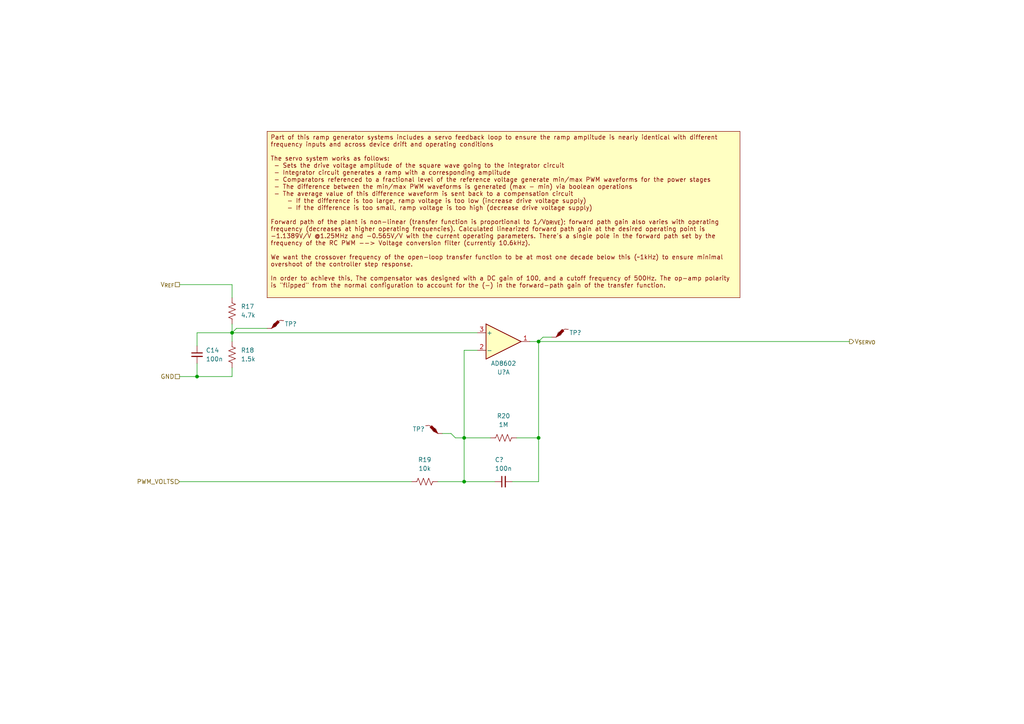
<source format=kicad_sch>
(kicad_sch (version 20230121) (generator eeschema)
  (paper "A4")
  (lib_symbols
    (symbol "Custom-AnalogIC:AD8602" (pin_names (offset 0.127))
      (property "Reference" "U" (at 0 5.08 0))
      (property "Value" "AD8602" (at 0 -5.08 0))
      (symbol "AD8602_1_1"
        (polyline (pts (xy -5.08 5.08) (xy 5.08 0) (xy -5.08 -5.08) (xy -5.08 5.08)) (stroke (width 0.254)) (fill (type background)))
        (pin output line (at 7.62 0 180) (length 2.54) (name "~") (number "1"))
        (pin input line (at -7.62 -2.54 0) (length 2.54) (name "-") (number "2"))
        (pin input line (at -7.62 2.54 0) (length 2.54) (name "+") (number "3"))
      )
      (symbol "AD8602_2_1"
        (polyline (pts (xy -5.08 5.08) (xy 5.08 0) (xy -5.08 -5.08) (xy -5.08 5.08)) (stroke (width 0.254)) (fill (type background)))
        (pin input line (at -7.62 2.54 0) (length 2.54) (name "+") (number "5"))
        (pin input line (at -7.62 -2.54 0) (length 2.54) (name "-") (number "6"))
        (pin output line (at 7.62 0 180) (length 2.54) (name "~") (number "7"))
      )
      (symbol "AD8602_3_1"
        (pin power_in line (at -2.54 -7.62 90) (length 3.81) (name "V-") (number "4"))
        (pin power_in line (at -2.54 7.62 270) (length 3.81) (name "V+") (number "8"))
      )
    )
    (symbol "Custom-Capacitor:CL10B104KB8NNWC" (pin_numbers hide) (pin_names (offset 0.254) hide)
      (property "Reference" "C" (at 0.254 1.778 0))
      (property "Value" "100n" (at 0.254 -2.032 0))
      (symbol "CL10B104KB8NNWC_0_1"
        (polyline (pts (xy -1.524 -0.508) (xy 1.524 -0.508)) (stroke (width 0.3302)))
        (polyline (pts (xy -1.524 0.508) (xy 1.524 0.508)) (stroke (width 0.3048)))
      )
      (symbol "CL10B104KB8NNWC_1_1"
        (pin passive line (at 0 2.54 270) (length 2.032) (name "~") (number "1"))
        (pin passive line (at 0 -2.54 90) (length 2.032) (name "~") (number "2"))
      )
    )
    (symbol "Custom-LogicIC:TestPoint" (in_bom no)
      (property "Reference" "TP" (at 2.54 0 0))
      (symbol "TestPoint_1_1"
        (polyline (pts (xy -0.762 1.27) (xy 0 0.508)) (stroke (width 0) (color 72 0 0 1)))
        (polyline (pts (xy -0.508 1.524) (xy 0.254 0.762)) (stroke (width 0) (color 72 0 0 1)))
        (polyline (pts (xy -1.27 0) (xy -0.762 1.016) (xy -0.254 0.508) (xy -1.27 0)) (fill (type color) (color 132 0 0 1)))
        (polyline (pts (xy -0.762 1.016) (xy 0.508 2.286) (xy 1.016 1.778) (xy -0.254 0.508) (xy -0.762 1.016)) (fill (type color) (color 132 0 0 1)))
        (arc (start 1.778 2.286) (mid 1.2343 2.3019) (end 0.762 2.032))
        (arc (start 1.778 2.286) (mid 2.032 2.258) (end 2.286 2.286))
        (pin passive line (at -2.54 0 0) (length 1.27) (name "") (number "1"))
      )
    )
    (symbol "Custom-Resistor:RMCF0603FT10K0" (pin_numbers hide) (pin_names (offset 0))
      (property "Reference" "R" (at 2.54 0 90))
      (property "Value" "10k" (at -2.54 0 90))
      (symbol "RMCF0603FT10K0_0_1"
        (polyline (pts (xy 0 -2.286) (xy 0 -2.54)))
        (polyline (pts (xy 0 2.286) (xy 0 2.54)))
        (polyline (pts (xy 0 -0.762) (xy 1.016 -1.143) (xy 0 -1.524) (xy -1.016 -1.905) (xy 0 -2.286)))
        (polyline (pts (xy 0 0.762) (xy 1.016 0.381) (xy 0 0) (xy -1.016 -0.381) (xy 0 -0.762)))
        (polyline (pts (xy 0 2.286) (xy 1.016 1.905) (xy 0 1.524) (xy -1.016 1.143) (xy 0 0.762)))
      )
      (symbol "RMCF0603FT10K0_1_1"
        (pin passive line (at 0 3.81 270) (length 1.27) (name "~") (number "1"))
        (pin passive line (at 0 -3.81 90) (length 1.27) (name "~") (number "2"))
      )
    )
    (symbol "Custom-Resistor:RMCF0603FT1K50" (pin_numbers hide) (pin_names (offset 0))
      (property "Reference" "R" (at 2.54 0 90))
      (property "Value" "1.5k" (at -2.54 0 90))
      (symbol "RMCF0603FT1K50_0_1"
        (polyline (pts (xy 0 -2.286) (xy 0 -2.54)))
        (polyline (pts (xy 0 2.286) (xy 0 2.54)))
        (polyline (pts (xy 0 -0.762) (xy 1.016 -1.143) (xy 0 -1.524) (xy -1.016 -1.905) (xy 0 -2.286)))
        (polyline (pts (xy 0 0.762) (xy 1.016 0.381) (xy 0 0) (xy -1.016 -0.381) (xy 0 -0.762)))
        (polyline (pts (xy 0 2.286) (xy 1.016 1.905) (xy 0 1.524) (xy -1.016 1.143) (xy 0 0.762)))
      )
      (symbol "RMCF0603FT1K50_1_1"
        (pin passive line (at 0 3.81 270) (length 1.27) (name "~") (number "1"))
        (pin passive line (at 0 -3.81 90) (length 1.27) (name "~") (number "2"))
      )
    )
    (symbol "Custom-Resistor:RMCF0603FT1M00" (pin_numbers hide) (pin_names (offset 0))
      (property "Reference" "R" (at 2.54 0 90))
      (property "Value" "1M" (at -2.54 0 90))
      (symbol "RMCF0603FT1M00_0_1"
        (polyline (pts (xy 0 -2.286) (xy 0 -2.54)))
        (polyline (pts (xy 0 2.286) (xy 0 2.54)))
        (polyline (pts (xy 0 -0.762) (xy 1.016 -1.143) (xy 0 -1.524) (xy -1.016 -1.905) (xy 0 -2.286)))
        (polyline (pts (xy 0 0.762) (xy 1.016 0.381) (xy 0 0) (xy -1.016 -0.381) (xy 0 -0.762)))
        (polyline (pts (xy 0 2.286) (xy 1.016 1.905) (xy 0 1.524) (xy -1.016 1.143) (xy 0 0.762)))
      )
      (symbol "RMCF0603FT1M00_1_1"
        (pin passive line (at 0 3.81 270) (length 1.27) (name "~") (number "1"))
        (pin passive line (at 0 -3.81 90) (length 1.27) (name "~") (number "2"))
      )
    )
    (symbol "Custom-Resistor:RMCF0603FT4K70" (pin_numbers hide) (pin_names (offset 0))
      (property "Reference" "R" (at 2.54 0 90))
      (property "Value" "4.7k" (at -2.54 0 90))
      (symbol "RMCF0603FT4K70_0_1"
        (polyline (pts (xy 0 -2.286) (xy 0 -2.54)))
        (polyline (pts (xy 0 2.286) (xy 0 2.54)))
        (polyline (pts (xy 0 -0.762) (xy 1.016 -1.143) (xy 0 -1.524) (xy -1.016 -1.905) (xy 0 -2.286)))
        (polyline (pts (xy 0 0.762) (xy 1.016 0.381) (xy 0 0) (xy -1.016 -0.381) (xy 0 -0.762)))
        (polyline (pts (xy 0 2.286) (xy 1.016 1.905) (xy 0 1.524) (xy -1.016 1.143) (xy 0 0.762)))
      )
      (symbol "RMCF0603FT4K70_1_1"
        (pin passive line (at 0 3.81 270) (length 1.27) (name "~") (number "1"))
        (pin passive line (at 0 -3.81 90) (length 1.27) (name "~") (number "2"))
      )
    )
  )
  (junction (at 67.31 96.52))
  (junction (at 57.15 109.22))
  (junction (at 156.21 99.06))
  (junction (at 156.21 127))
  (junction (at 134.62 127))
  (junction (at 134.62 139.7))
  (wire (pts (xy 148.59 139.7) (xy 156.21 139.7)))
  (wire (pts (xy 67.31 96.52) (xy 138.43 96.52)))
  (wire (pts (xy 132.08 127) (xy 130.81 125.73)))
  (wire (pts (xy 156.21 99.06) (xy 246.38 99.06)))
  (wire (pts (xy 134.62 127) (xy 134.62 139.7)))
  (wire (pts (xy 67.31 96.52) (xy 68.58 95.25)))
  (wire (pts (xy 153.67 99.06) (xy 156.21 99.06)))
  (wire (pts (xy 57.15 109.22) (xy 52.07 109.22)))
  (wire (pts (xy 52.07 139.7) (xy 119.38 139.7)))
  (wire (pts (xy 67.31 82.55) (xy 67.31 86.36)))
  (wire (pts (xy 134.62 101.6) (xy 134.62 127)))
  (wire (pts (xy 67.31 106.68) (xy 67.31 109.22)))
  (wire (pts (xy 132.08 127) (xy 134.62 127)))
  (wire (pts (xy 67.31 93.98) (xy 67.31 96.52)))
  (wire (pts (xy 134.62 139.7) (xy 143.51 139.7)))
  (wire (pts (xy 156.21 127) (xy 156.21 99.06)))
  (wire (pts (xy 156.21 99.06) (xy 157.48 97.79)))
  (wire (pts (xy 68.58 95.25) (xy 77.47 95.25)))
  (wire (pts (xy 149.86 127) (xy 156.21 127)))
  (wire (pts (xy 57.15 105.41) (xy 57.15 109.22)))
  (wire (pts (xy 134.62 127) (xy 142.24 127)))
  (wire (pts (xy 67.31 96.52) (xy 57.15 96.52)))
  (wire (pts (xy 157.48 97.79) (xy 160.02 97.79)))
  (wire (pts (xy 67.31 96.52) (xy 67.31 99.06)))
  (wire (pts (xy 67.31 109.22) (xy 57.15 109.22)))
  (wire (pts (xy 138.43 101.6) (xy 134.62 101.6)))
  (wire (pts (xy 52.07 82.55) (xy 67.31 82.55)))
  (wire (pts (xy 156.21 139.7) (xy 156.21 127)))
  (wire (pts (xy 130.81 125.73) (xy 128.27 125.73)))
  (wire (pts (xy 134.62 139.7) (xy 127 139.7)))
  (wire (pts (xy 57.15 96.52) (xy 57.15 100.33)))
  (text_box "Part of this ramp generator systems includes a servo feedback loop to ensure the ramp amplitude is nearly identical with different frequency inputs and across device drift and operating conditions\n\nThe servo system works as follows:\n - Sets the drive voltage amplitude of the square wave going to the integrator circuit\n - Integrator circuit generates a ramp with a corresponding amplitude\n - Comparators referenced to a fractional level of the reference voltage generate min/max PWM waveforms for the power stages\n - The difference between the min/max PWM waveforms is generated (max - min) via boolean operations\n - The average value of this difference waveform is sent back to a compensation circuit\n	- If the difference is too large, ramp voltage is too low (increase drive voltage supply)\n	- If the difference is too small, ramp voltage is too high (decrease drive voltage supply)\n\nForward path of the plant is non-linear (transfer function is proportional to 1/V_{DRIVE}); forward path gain also varies with operating frequency (decreases at higher operating frequencies). Calculated linearized forward path gain at the desired operating point is -1.1389V/V @1.25MHz and -0.565V/V with the current operating parameters. There's a single pole in the forward path set by the frequency of the RC PWM --> Voltage conversion filter (currently 10.6kHz).\n\nWe want the crossover frequency of the open-loop transfer function to be at most one decade below this (~1kHz) to ensure minimal overshoot of the controller step response. \n\nIn order to achieve this, The compensator was designed with a DC gain of 100, and a cutoff frequency of 500Hz. The op-amp polarity is \"flipped\" from the normal configuration to account for the (-) in the forward-path gain of the transfer function." (at 77.47 38.1 0) (size 137.16 48.26) (stroke (width 0) (color 132 0 0 1)) (fill (type color) (color 255 255 194 1)) (effects (font (size 1.27 1.27)) (justify left top)))
  (hierarchical_label "V_{REF}" (shape passive) (at 52.07 82.55 180))
  (hierarchical_label "GND" (shape passive) (at 52.07 109.22 180))
  (hierarchical_label "V_{SERVO}" (shape output) (at 246.38 99.06 0))
  (hierarchical_label "PWM_VOLTS" (shape input) (at 52.07 139.7 180))
  (symbol (lib_id "Custom-LogicIC:TestPoint") (at 162.56 97.79 0) (unit 1) (in_bom no)
    (property "Reference" "TP?" (at 165.1 96.52 0) (effects (justify left)))
    (property "Value" "-" (effects hide))
    (property "Footprint" "TestPoint:TestPoint_Pad_D2.0mm" (effects hide))
    (instances (project "PWM Ramp Gen Prototype" (path "" (reference "TP?") (unit 1)) (path "" (reference "TP26") (unit 1))))
  )
  (symbol (lib_id "Custom-Resistor:RMCF0603FT1M00") (at 146.05 127 90) (unit 1)
    (property "Reference" "R20" (at 146.05 120.65 90))
    (property "Value" "1M" (at 146.05 123.19 90))
    (property "Footprint" "Resistor_SMD:R_0603_1608Metric_Pad0.98x0.95mm_HandSolder" (effects hide))
    (property "Datasheet" "https://www.seielect.com/Catalog/SEI-RMCF_RMCP.pdf" (effects hide))
    (property "Manufacturer" "Stackpole Electronics Inc" (effects hide))
    (property "Part Number" "RMCF0603FT1M00" (effects hide))
  )
  (symbol (lib_id "Custom-Resistor:RMCF0603FT1K50") (at 67.31 102.87 0) (unit 1)
    (property "Reference" "R18" (at 69.85 101.6 0) (effects (justify left)))
    (property "Value" "1.5k" (at 69.85 104.14 0) (effects (justify left)))
    (property "Footprint" "Resistor_SMD:R_0603_1608Metric_Pad0.98x0.95mm_HandSolder" (effects hide))
    (property "Datasheet" "https://www.seielect.com/Catalog/SEI-RMCF_RMCP.pdf" (effects hide))
    (property "Manufacturer" "Stackpole Electronics Inc" (effects hide))
    (property "Part Number" "RMCF0603FT1K50" (effects hide))
  )
  (symbol (lib_id "Custom-Capacitor:CL10B104KB8NNWC") (at 57.15 102.87 0) (unit 1)
    (property "Reference" "C14" (at 59.69 101.6063 0) (effects (justify left)))
    (property "Value" "100n" (at 59.69 104.1463 0) (effects (justify left)))
    (property "Footprint" "Capacitor_SMD:C_0603_1608Metric_Pad1.08x0.95mm_HandSolder" (effects hide))
    (property "Datasheet" "https://product.samsungsem.com/mlcc/CL31B106KAHNFN.do" (effects hide))
    (property "Manufacturer" "Samsung Electro-Mechanics" (effects hide))
    (property "Part Number" "CL10B104KB8NNWC" (effects hide))
  )
  (symbol (lib_id "Custom-AnalogIC:AD8602") (at 146.05 99.06 0) (unit 1)
    (property "Reference" "U?" (at 146.05 107.95 0))
    (property "Value" "AD8602" (at 146.05 105.41 0))
    (property "Footprint" "Package_SO:MSOP-8_3x3mm_P0.65mm" (effects hide))
    (property "Datasheet" "https://www.analog.com/media/en/technical-documentation/data-sheets/AD8601_8602_8604.pdf" (effects hide))
    (property "Manufacturer" "Analog Devices Inc." (effects hide))
    (property "Part Number" "AD8602ARMZ-REEL" (effects hide))
    (instances (project "PWM Ramp Gen Prototype" (path "" (reference "U?") (unit 1)) (path "" (reference "U9") (unit 2))))
  )
  (symbol (lib_id "Custom-LogicIC:TestPoint") (at 125.73 125.73 0) (mirror y) (unit 1) (in_bom no)
    (property "Reference" "TP?" (at 123.19 124.46 0) (effects (justify left)))
    (property "Value" "-" (effects hide))
    (property "Footprint" "TestPoint:TestPoint_Pad_D2.0mm" (effects hide))
    (instances (project "PWM Ramp Gen Prototype" (path "" (reference "TP?") (unit 1)) (path "" (reference "TP25") (unit 1))))
  )
  (symbol (lib_id "Custom-LogicIC:TestPoint") (at 80.01 95.25 0) (unit 1) (in_bom no)
    (property "Reference" "TP?" (at 82.55 93.98 0) (effects (justify left)))
    (property "Value" "-" (effects hide))
    (property "Footprint" "TestPoint:TestPoint_Pad_D2.0mm" (effects hide))
    (instances (project "PWM Ramp Gen Prototype" (path "" (reference "TP?") (unit 1)) (path "" (reference "TP24") (unit 1))))
  )
  (symbol (lib_id "Custom-Capacitor:CL10B104KB8NNWC") (at 146.05 139.7 90) (mirror x) (unit 1)
    (property "Reference" "C?" (at 143.51 133.35 90) (effects (justify right)))
    (property "Value" "100n" (at 143.51 135.89 90) (effects (justify right)))
    (property "Footprint" "Capacitor_SMD:C_0603_1608Metric_Pad1.08x0.95mm_HandSolder" (effects hide))
    (property "Datasheet" "https://product.samsungsem.com/mlcc/CL31B106KAHNFN.do" (effects hide))
    (property "Manufacturer" "Samsung Electro-Mechanics" (effects hide))
    (property "Part Number" "CL10B104KB8NNWC" (effects hide))
    (instances (project "PWM Ramp Gen Prototype" (path "" (reference "C?") (unit 1)) (path "" (reference "C15") (unit 1))))
  )
  (symbol (lib_id "Custom-Resistor:RMCF0603FT10K0") (at 123.19 139.7 90) (unit 1)
    (property "Reference" "R19" (at 123.19 133.35 90))
    (property "Value" "10k" (at 123.19 135.89 90))
    (property "Footprint" "Resistor_SMD:R_0603_1608Metric_Pad0.98x0.95mm_HandSolder" (effects hide))
    (property "Datasheet" "https://www.seielect.com/Catalog/SEI-RMCF_RMCP.pdf" (effects hide))
    (property "Manufacturer" "Stackpole Electronics Inc" (effects hide))
    (property "Part Number" "RMCF0603FT10K0" (effects hide))
  )
  (symbol (lib_id "Custom-Resistor:RMCF0603FT4K70") (at 67.31 90.17 0) (unit 1)
    (property "Reference" "R17" (at 69.85 88.9 0) (effects (justify left)))
    (property "Value" "4.7k" (at 69.85 91.44 0) (effects (justify left)))
    (property "Footprint" "Resistor_SMD:R_0603_1608Metric_Pad0.98x0.95mm_HandSolder" (effects hide))
    (property "Datasheet" "https://www.seielect.com/Catalog/SEI-RMCF_RMCP.pdf" (effects hide))
    (property "Manufacturer" "Stackpole Electronics Inc" (effects hide))
    (property "Part Number" "RMCF0603FT4K70" (effects hide))
  )
)
</source>
